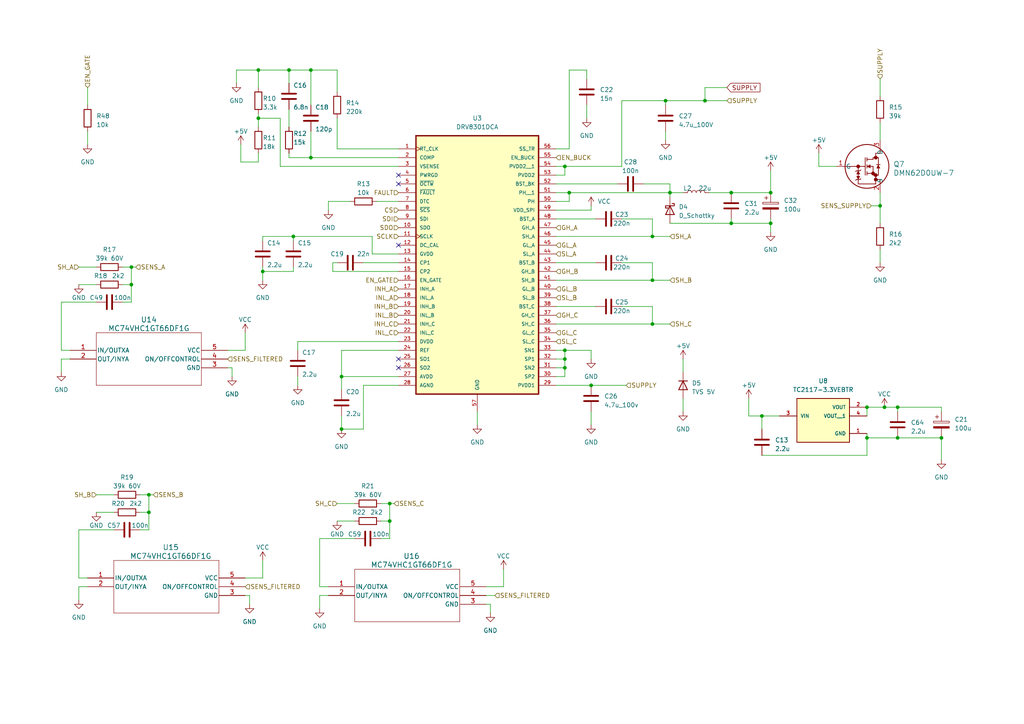
<source format=kicad_sch>
(kicad_sch (version 20230121) (generator eeschema)
  (paper "A4")
  (lib_symbols
    (symbol "DMN62D0UW-7:DMN62D0UW-7" (pin_names (offset 0.254))
      (property "Reference" "MOSFET" (at 18.542 1.905 0))
      (property "Value" "DMN62D0UW-7" (at 18.542 -2.54 0))
      (symbol "DMN62D0UW-7_0_1"
        (polyline (pts (xy 2.54 0) (xy 8.382 0)) (stroke (width 0.2032)))
        (polyline (pts (xy 5.842 -3.81) (xy 5.588 -4.064)) (stroke (width 0.2032)))
        (polyline (pts (xy 5.842 -1.27) (xy 5.588 -1.524)) (stroke (width 0.2032)))
        (polyline (pts (xy 5.842 -1.27) (xy 6.858 -1.27)) (stroke (width 0.2032)))
        (polyline (pts (xy 6.35 -5.08) (xy 6.35 -3.81)) (stroke (width 0.2032)))
        (polyline (pts (xy 6.35 -2.794) (xy 6.35 -2.286)) (stroke (width 0.2032)))
        (polyline (pts (xy 6.35 -1.27) (xy 6.35 0)) (stroke (width 0.2032)))
        (polyline (pts (xy 6.858 -3.81) (xy 5.842 -3.81)) (stroke (width 0.2032)))
        (polyline (pts (xy 6.858 -3.81) (xy 7.112 -3.556)) (stroke (width 0.2032)))
        (polyline (pts (xy 6.858 -1.27) (xy 7.112 -1.016)) (stroke (width 0.2032)))
        (polyline (pts (xy 8.382 -2.54) (xy 8.382 2.54)) (stroke (width 0.2032)))
        (polyline (pts (xy 8.89 -2.54) (xy 8.89 -1.524)) (stroke (width 0.2032)))
        (polyline (pts (xy 8.89 -2.032) (xy 10.668 -2.032)) (stroke (width 0.2032)))
        (polyline (pts (xy 8.89 -0.508) (xy 8.89 0.508)) (stroke (width 0.2032)))
        (polyline (pts (xy 8.89 1.524) (xy 8.89 2.54)) (stroke (width 0.2032)))
        (polyline (pts (xy 8.89 2.032) (xy 10.668 2.032)) (stroke (width 0.2032)))
        (polyline (pts (xy 9.906 0) (xy 10.668 0)) (stroke (width 0.2032)))
        (polyline (pts (xy 10.668 -2.54) (xy 10.668 0)) (stroke (width 0.2032)))
        (polyline (pts (xy 10.668 -2.54) (xy 12.192 -2.54)) (stroke (width 0.2032)))
        (polyline (pts (xy 10.668 2.032) (xy 10.668 2.54)) (stroke (width 0.2032)))
        (polyline (pts (xy 10.668 2.54) (xy 12.192 2.54)) (stroke (width 0.2032)))
        (polyline (pts (xy 11.43 -5.08) (xy 6.35 -5.08)) (stroke (width 0.2032)))
        (polyline (pts (xy 11.43 -2.54) (xy 11.43 -5.08)) (stroke (width 0.2032)))
        (polyline (pts (xy 11.43 3.81) (xy 11.43 2.54)) (stroke (width 0.2032)))
        (polyline (pts (xy 11.43 3.81) (xy 12.7 3.81)) (stroke (width 0.2032)))
        (polyline (pts (xy 12.192 -2.54) (xy 12.192 -0.508)) (stroke (width 0.2032)))
        (polyline (pts (xy 12.192 0.508) (xy 12.192 2.54)) (stroke (width 0.2032)))
        (polyline (pts (xy 12.7 -5.08) (xy 12.7 -3.81)) (stroke (width 0.2032)))
        (polyline (pts (xy 12.7 -3.81) (xy 11.4554 -3.81)) (stroke (width 0.2032)))
        (polyline (pts (xy 12.7 0.508) (xy 11.684 0.508)) (stroke (width 0.2032)))
        (polyline (pts (xy 12.7 3.81) (xy 12.7 5.08)) (stroke (width 0.2032)))
        (polyline (pts (xy 5.842 -2.794) (xy 6.35 -3.81) (xy 6.858 -2.794)) (stroke (width 0.0254)) (fill (type outline)))
        (polyline (pts (xy 6.858 -2.286) (xy 6.35 -1.27) (xy 5.842 -2.286)) (stroke (width 0.0254)) (fill (type outline)))
        (polyline (pts (xy 9.906 0.508) (xy 8.89 0) (xy 9.906 -0.508)) (stroke (width 0.0254)) (fill (type outline)))
        (polyline (pts (xy 12.7 -0.508) (xy 11.684 -0.508) (xy 12.192 0.508)) (stroke (width 0.0254)) (fill (type outline)))
        (circle (center 6.35 0) (radius 0.0254) (stroke (width 0.508)))
        (circle (center 8.89 0) (radius 6.35) (stroke (width 0.254)))
        (circle (center 10.668 -2.032) (radius 0.0254) (stroke (width 0.508)))
        (circle (center 11.43 -3.81) (radius 0.0254) (stroke (width 0.508)))
        (circle (center 11.43 -2.54) (radius 0.0254) (stroke (width 0.508)))
        (circle (center 11.43 2.54) (radius 0.0254) (stroke (width 0.508)))
        (pin unspecified line (at 0 0 0) (length 2.54) (name "G") (number "1"))
      )
      (symbol "DMN62D0UW-7_1_1"
        (pin unspecified line (at 12.7 -7.62 90) (length 2.54) (name "S") (number "2"))
        (pin unspecified line (at 12.7 7.62 270) (length 2.54) (name "D") (number "3"))
      )
    )
    (symbol "DRV8301DCA:DRV8301DCA" (pin_names (offset 1.016))
      (property "Reference" "U" (at -17.8203 51.9275 0))
      (property "Value" "DRV8301DCA" (at 6.3225 -26.9529 0))
      (symbol "DRV8301DCA_0_0"
        (rectangle (start -17.78 50.8) (end 17.78 -24.13) (stroke (width 0.41)) (fill (type background)))
        (pin input clock (at -22.86 46.99 0) (length 5.08) (name "RT_CLK") (number "1"))
        (pin output line (at -22.86 24.13 0) (length 5.08) (name "SDO") (number "10"))
        (pin input clock (at -22.86 21.59 0) (length 5.08) (name "SCLK") (number "11"))
        (pin input line (at -22.86 19.05 0) (length 5.08) (name "DC_CAL") (number "12"))
        (pin power_in line (at -22.86 16.51 0) (length 5.08) (name "GVDD") (number "13"))
        (pin power_in line (at -22.86 13.97 0) (length 5.08) (name "CP1") (number "14"))
        (pin power_in line (at -22.86 11.43 0) (length 5.08) (name "CP2") (number "15"))
        (pin input line (at -22.86 8.89 0) (length 5.08) (name "EN_GATE") (number "16"))
        (pin input line (at -22.86 6.35 0) (length 5.08) (name "INH_A") (number "17"))
        (pin input line (at -22.86 3.81 0) (length 5.08) (name "INL_A") (number "18"))
        (pin input line (at -22.86 1.27 0) (length 5.08) (name "INH_B") (number "19"))
        (pin output line (at -22.86 44.45 0) (length 5.08) (name "COMP") (number "2"))
        (pin input line (at -22.86 -1.27 0) (length 5.08) (name "INL_B") (number "20"))
        (pin input line (at -22.86 -3.81 0) (length 5.08) (name "INH_C") (number "21"))
        (pin input line (at -22.86 -6.35 0) (length 5.08) (name "INL_C") (number "22"))
        (pin power_in line (at -22.86 -8.89 0) (length 5.08) (name "DVDD") (number "23"))
        (pin input line (at -22.86 -11.43 0) (length 5.08) (name "REF") (number "24"))
        (pin output line (at -22.86 -13.97 0) (length 5.08) (name "SO1") (number "25"))
        (pin output line (at -22.86 -16.51 0) (length 5.08) (name "SO2") (number "26"))
        (pin power_in line (at -22.86 -19.05 0) (length 5.08) (name "AVDD") (number "27"))
        (pin power_in line (at -22.86 -21.59 0) (length 5.08) (name "AGND") (number "28"))
        (pin power_in line (at 22.86 -21.59 180) (length 5.08) (name "PVDD1") (number "29"))
        (pin input line (at -22.86 41.91 0) (length 5.08) (name "VSENSE") (number "3"))
        (pin input line (at 22.86 -19.05 180) (length 5.08) (name "SP2") (number "30"))
        (pin input line (at 22.86 -16.51 180) (length 5.08) (name "SN2") (number "31"))
        (pin input line (at 22.86 -13.97 180) (length 5.08) (name "SP1") (number "32"))
        (pin input line (at 22.86 -11.43 180) (length 5.08) (name "SN1") (number "33"))
        (pin input line (at 22.86 -8.89 180) (length 5.08) (name "SL_C") (number "34"))
        (pin output line (at 22.86 -6.35 180) (length 5.08) (name "GL_C") (number "35"))
        (pin input line (at 22.86 -3.81 180) (length 5.08) (name "SH_C") (number "36"))
        (pin output line (at 22.86 -1.27 180) (length 5.08) (name "GH_C") (number "37"))
        (pin power_in line (at 22.86 1.27 180) (length 5.08) (name "BST_C") (number "38"))
        (pin input line (at 22.86 3.81 180) (length 5.08) (name "SL_B") (number "39"))
        (pin output line (at -22.86 39.37 0) (length 5.08) (name "PWRGD") (number "4"))
        (pin output line (at 22.86 6.35 180) (length 5.08) (name "GL_B") (number "40"))
        (pin input line (at 22.86 8.89 180) (length 5.08) (name "SH_B") (number "41"))
        (pin output line (at 22.86 11.43 180) (length 5.08) (name "GH_B") (number "42"))
        (pin power_in line (at 22.86 13.97 180) (length 5.08) (name "BST_B") (number "43"))
        (pin input line (at 22.86 16.51 180) (length 5.08) (name "SL_A") (number "44"))
        (pin output line (at 22.86 19.05 180) (length 5.08) (name "GL_A") (number "45"))
        (pin input line (at 22.86 21.59 180) (length 5.08) (name "SH_A") (number "46"))
        (pin output line (at 22.86 24.13 180) (length 5.08) (name "GH_A") (number "47"))
        (pin power_in line (at 22.86 26.67 180) (length 5.08) (name "BST_A") (number "48"))
        (pin input line (at 22.86 29.21 180) (length 5.08) (name "VDD_SPI") (number "49"))
        (pin output line (at -22.86 36.83 0) (length 5.08) (name "~{OCTW}") (number "5"))
        (pin output line (at 22.86 31.75 180) (length 5.08) (name "PH") (number "50"))
        (pin output line (at 22.86 34.29 180) (length 5.08) (name "PH__1") (number "51"))
        (pin power_in line (at 22.86 36.83 180) (length 5.08) (name "BST_BK") (number "52"))
        (pin power_in line (at 22.86 39.37 180) (length 5.08) (name "PVDD2") (number "53"))
        (pin input line (at 22.86 44.45 180) (length 5.08) (name "EN_BUCK") (number "55"))
        (pin input line (at 22.86 46.99 180) (length 5.08) (name "SS_TR") (number "56"))
        (pin power_in line (at 0 -29.21 90) (length 5.08) (name "GND") (number "57"))
        (pin output line (at -22.86 34.29 0) (length 5.08) (name "~{FAULT}") (number "6"))
        (pin input line (at -22.86 31.75 0) (length 5.08) (name "DTC") (number "7"))
        (pin input line (at -22.86 29.21 0) (length 5.08) (name "~{SCS}") (number "8"))
        (pin input line (at -22.86 26.67 0) (length 5.08) (name "SDI") (number "9"))
      )
      (symbol "DRV8301DCA_1_0"
        (pin power_in line (at 22.86 41.91 180) (length 5.08) (name "PVDD2__1") (number "54"))
      )
    )
    (symbol "Device:C" (pin_numbers hide) (pin_names (offset 0.254))
      (property "Reference" "C" (at 0.635 2.54 0))
      (property "Value" "C" (at 0.635 -2.54 0))
      (symbol "C_0_1"
        (polyline (pts (xy -2.032 -0.762) (xy 2.032 -0.762)) (stroke (width 0.508)))
        (polyline (pts (xy -2.032 0.762) (xy 2.032 0.762)) (stroke (width 0.508)))
      )
      (symbol "C_1_1"
        (pin passive line (at 0 3.81 270) (length 2.794) (name "~") (number "1"))
        (pin passive line (at 0 -3.81 90) (length 2.794) (name "~") (number "2"))
      )
    )
    (symbol "Device:C_Polarized" (pin_numbers hide) (pin_names (offset 0.254))
      (property "Reference" "C" (at 0.635 2.54 0))
      (property "Value" "C_Polarized" (at 0.635 -2.54 0))
      (symbol "C_Polarized_0_1"
        (rectangle (start -2.286 0.508) (end 2.286 1.016))
        (polyline (pts (xy -1.778 2.286) (xy -0.762 2.286)))
        (polyline (pts (xy -1.27 2.794) (xy -1.27 1.778)))
        (rectangle (start 2.286 -0.508) (end -2.286 -1.016) (fill (type outline)))
      )
      (symbol "C_Polarized_1_1"
        (pin passive line (at 0 3.81 270) (length 2.794) (name "~") (number "1"))
        (pin passive line (at 0 -3.81 90) (length 2.794) (name "~") (number "2"))
      )
    )
    (symbol "Device:D" (pin_numbers hide) (pin_names (offset 1.016) hide)
      (property "Reference" "D" (at 0 2.54 0))
      (property "Value" "D" (at 0 -2.54 0))
      (symbol "D_0_1"
        (polyline (pts (xy -1.27 1.27) (xy -1.27 -1.27)) (stroke (width 0.254)))
        (polyline (pts (xy 1.27 0) (xy -1.27 0)))
        (polyline (pts (xy 1.27 1.27) (xy 1.27 -1.27) (xy -1.27 0) (xy 1.27 1.27)) (stroke (width 0.254)))
      )
      (symbol "D_1_1"
        (pin passive line (at -3.81 0 0) (length 2.54) (name "K") (number "1"))
        (pin passive line (at 3.81 0 180) (length 2.54) (name "A") (number "2"))
      )
    )
    (symbol "Device:D_Schottky" (pin_numbers hide) (pin_names (offset 1.016) hide)
      (property "Reference" "D" (at 0 2.54 0))
      (property "Value" "D_Schottky" (at 0 -2.54 0))
      (symbol "D_Schottky_0_1"
        (polyline (pts (xy 1.27 0) (xy -1.27 0)))
        (polyline (pts (xy 1.27 1.27) (xy 1.27 -1.27) (xy -1.27 0) (xy 1.27 1.27)) (stroke (width 0.254)))
        (polyline (pts (xy -1.905 0.635) (xy -1.905 1.27) (xy -1.27 1.27) (xy -1.27 -1.27) (xy -0.635 -1.27) (xy -0.635 -0.635)) (stroke (width 0.254)))
      )
      (symbol "D_Schottky_1_1"
        (pin passive line (at -3.81 0 0) (length 2.54) (name "K") (number "1"))
        (pin passive line (at 3.81 0 180) (length 2.54) (name "A") (number "2"))
      )
    )
    (symbol "Device:L" (pin_numbers hide) (pin_names (offset 1.016) hide)
      (property "Reference" "L" (at -1.27 0 90))
      (property "Value" "L" (at 1.905 0 90))
      (symbol "L_0_1"
        (arc (start 0 -2.54) (mid 0.6323 -1.905) (end 0 -1.27))
        (arc (start 0 -1.27) (mid 0.6323 -0.635) (end 0 0))
        (arc (start 0 0) (mid 0.6323 0.635) (end 0 1.27))
        (arc (start 0 1.27) (mid 0.6323 1.905) (end 0 2.54))
      )
      (symbol "L_1_1"
        (pin passive line (at 0 3.81 270) (length 1.27) (name "1") (number "1"))
        (pin passive line (at 0 -3.81 90) (length 1.27) (name "2") (number "2"))
      )
    )
    (symbol "Device:R" (pin_numbers hide) (pin_names (offset 0))
      (property "Reference" "R" (at 2.032 0 90))
      (property "Value" "R" (at 0 0 90))
      (symbol "R_0_1"
        (rectangle (start -1.016 -2.54) (end 1.016 2.54) (stroke (width 0.254)))
      )
      (symbol "R_1_1"
        (pin passive line (at 0 3.81 270) (length 1.27) (name "~") (number "1"))
        (pin passive line (at 0 -3.81 90) (length 1.27) (name "~") (number "2"))
      )
    )
    (symbol "M74VHC1GT66DFT1G:MC74VHC1GT66DF1G" (pin_names (offset 0.254))
      (property "Reference" "U14" (at 24.13 8.89 0))
      (property "Value" "MC74VHC1GT66DF1G" (at 24.13 6.35 0))
      (symbol "MC74VHC1GT66DF1G_0_1"
        (polyline (pts (xy 7.62 -10.16) (xy 38.1 -10.16)) (stroke (width 0.127)))
        (polyline (pts (xy 7.62 5.08) (xy 7.62 -10.16)) (stroke (width 0.127)))
        (polyline (pts (xy 38.1 -10.16) (xy 38.1 5.08)) (stroke (width 0.127)))
        (polyline (pts (xy 38.1 5.08) (xy 7.62 5.08)) (stroke (width 0.127)))
        (pin bidirectional line (at 0 0 0) (length 7.62) (name "IN/OUTXA") (number "1"))
        (pin bidirectional line (at 0 -2.54 0) (length 7.62) (name "OUT/INYA") (number "2"))
        (pin power_in line (at 45.72 -5.08 180) (length 7.62) (name "GND") (number "3"))
        (pin bidirectional line (at 45.72 -2.54 180) (length 7.62) (name "ON/OFFCONTROL") (number "4"))
        (pin power_in line (at 45.72 0 180) (length 7.62) (name "VCC") (number "5"))
      )
    )
    (symbol "MC74VHC1GT66DF1G_1" (pin_names (offset 0.254))
      (property "Reference" "U14" (at 24.13 8.89 0))
      (property "Value" "MC74VHC1GT66DF1G" (at 24.13 6.35 0))
      (symbol "MC74VHC1GT66DF1G_1_0_1"
        (polyline (pts (xy 7.62 -10.16) (xy 38.1 -10.16)) (stroke (width 0.127)))
        (polyline (pts (xy 7.62 5.08) (xy 7.62 -10.16)) (stroke (width 0.127)))
        (polyline (pts (xy 38.1 -10.16) (xy 38.1 5.08)) (stroke (width 0.127)))
        (polyline (pts (xy 38.1 5.08) (xy 7.62 5.08)) (stroke (width 0.127)))
        (pin bidirectional line (at 0 0 0) (length 7.62) (name "IN/OUTXA") (number "1"))
        (pin bidirectional line (at 0 -2.54 0) (length 7.62) (name "OUT/INYA") (number "2"))
        (pin power_in line (at 45.72 -5.08 180) (length 7.62) (name "GND") (number "3"))
        (pin bidirectional line (at 45.72 -2.54 180) (length 7.62) (name "ON/OFFCONTROL") (number "4"))
        (pin power_in line (at 45.72 0 180) (length 7.62) (name "VCC") (number "5"))
      )
    )
    (symbol "MC74VHC1GT66DF1G_2" (pin_names (offset 0.254))
      (property "Reference" "U14" (at 24.13 8.89 0))
      (property "Value" "MC74VHC1GT66DF1G" (at 24.13 6.35 0))
      (symbol "MC74VHC1GT66DF1G_2_0_1"
        (polyline (pts (xy 7.62 -10.16) (xy 38.1 -10.16)) (stroke (width 0.127)))
        (polyline (pts (xy 7.62 5.08) (xy 7.62 -10.16)) (stroke (width 0.127)))
        (polyline (pts (xy 38.1 -10.16) (xy 38.1 5.08)) (stroke (width 0.127)))
        (polyline (pts (xy 38.1 5.08) (xy 7.62 5.08)) (stroke (width 0.127)))
        (pin bidirectional line (at 0 0 0) (length 7.62) (name "IN/OUTXA") (number "1"))
        (pin bidirectional line (at 0 -2.54 0) (length 7.62) (name "OUT/INYA") (number "2"))
        (pin power_in line (at 45.72 -5.08 180) (length 7.62) (name "GND") (number "3"))
        (pin bidirectional line (at 45.72 -2.54 180) (length 7.62) (name "ON/OFFCONTROL") (number "4"))
        (pin power_in line (at 45.72 0 180) (length 7.62) (name "VCC") (number "5"))
      )
    )
    (symbol "TC2117-3.3VEBTR:TC2117-3.3VEBTR" (pin_names (offset 1.016))
      (property "Reference" "Q" (at -7.6313 5.8507 0))
      (property "Value" "TC2117-3.3VEBTR" (at -7.6281 -10.1681 0))
      (symbol "TC2117-3.3VEBTR_0_0"
        (rectangle (start -7.62 -7.62) (end 7.62 5.08) (stroke (width 0.254)) (fill (type background)))
        (pin power_in line (at 12.7 -5.08 180) (length 5.08) (name "GND") (number "1"))
        (pin output line (at 12.7 2.54 180) (length 5.08) (name "VOUT") (number "2"))
        (pin input line (at -12.7 0 0) (length 5.08) (name "VIN") (number "3"))
        (pin output line (at 12.7 0 180) (length 5.08) (name "VOUT__1") (number "4"))
      )
    )
    (symbol "power:+5V" (power) (pin_names (offset 0))
      (property "Value" "+5V" (at 0 3.556 0))
      (symbol "+5V_0_1"
        (polyline (pts (xy -0.762 1.27) (xy 0 2.54)))
        (polyline (pts (xy 0 0) (xy 0 2.54)))
        (polyline (pts (xy 0 2.54) (xy 0.762 1.27)))
      )
      (symbol "+5V_1_1"
        (pin power_in line (at 0 0 90) (length 0) hide (name "+5V") (number "1"))
      )
    )
    (symbol "power:GND" (power) (pin_names (offset 0))
      (property "Value" "GND" (at 0 -3.81 0))
      (symbol "GND_0_1"
        (polyline (pts (xy 0 0) (xy 0 -1.27) (xy 1.27 -1.27) (xy 0 -2.54) (xy -1.27 -1.27) (xy 0 -1.27)))
      )
      (symbol "GND_1_1"
        (pin power_in line (at 0 0 270) (length 0) hide (name "GND") (number "1"))
      )
    )
    (symbol "power:VCC" (power) (pin_names (offset 0))
      (property "Value" "VCC" (at 0 3.81 0))
      (symbol "VCC_0_1"
        (polyline (pts (xy -0.762 1.27) (xy 0 2.54)))
        (polyline (pts (xy 0 0) (xy 0 2.54)))
        (polyline (pts (xy 0 2.54) (xy 0.762 1.27)))
      )
      (symbol "VCC_1_1"
        (pin power_in line (at 0 0 90) (length 0) hide (name "VCC") (number "1"))
      )
    )
  )
  (junction (at 193.04 29.21))
  (junction (at 204.47 29.21))
  (junction (at 256.54 118.11))
  (junction (at 38.1 82.55))
  (junction (at 85.09 68.58))
  (junction (at 113.03 151.13))
  (junction (at 260.35 118.11))
  (junction (at 90.17 45.72))
  (junction (at 38.1 77.47))
  (junction (at 74.93 20.32))
  (junction (at 260.35 127))
  (junction (at 251.46 118.11))
  (junction (at 223.52 55.88))
  (junction (at 74.93 34.29))
  (junction (at 212.09 64.77))
  (junction (at 165.1 55.88))
  (junction (at 255.27 59.69))
  (junction (at 189.23 93.98))
  (junction (at 163.83 106.68))
  (junction (at 212.09 55.88))
  (junction (at 194.31 55.88))
  (junction (at 99.06 109.22))
  (junction (at 220.98 120.65))
  (junction (at 113.03 146.05))
  (junction (at 189.23 81.28))
  (junction (at 251.46 127))
  (junction (at 43.18 143.51))
  (junction (at 171.45 111.76))
  (junction (at 90.17 20.32))
  (junction (at 163.83 104.14))
  (junction (at 99.06 124.46))
  (junction (at 163.83 101.6))
  (junction (at 83.82 20.32))
  (junction (at 43.18 148.59))
  (junction (at 163.83 48.26))
  (junction (at 273.05 127))
  (junction (at 189.23 68.58))
  (junction (at 223.52 64.77))
  (junction (at 76.2 78.74))
  (no_connect (at 115.57 71.12))
  (no_connect (at 115.57 106.68))
  (no_connect (at 115.57 53.34))
  (no_connect (at 115.57 104.14))
  (no_connect (at 115.57 50.8))
  (wire (pts (xy 205.74 55.88) (xy 212.09 55.88)))
  (wire (pts (xy 171.45 101.6) (xy 171.45 104.14)))
  (wire (pts (xy 99.06 101.6) (xy 99.06 109.22)))
  (wire (pts (xy 180.34 48.26) (xy 180.34 29.21)))
  (wire (pts (xy 189.23 88.9) (xy 180.34 88.9)))
  (wire (pts (xy 113.03 151.13) (xy 113.03 146.05)))
  (wire (pts (xy 251.46 118.11) (xy 251.46 120.65)))
  (wire (pts (xy 43.18 153.67) (xy 43.18 148.59)))
  (wire (pts (xy 138.43 119.38) (xy 138.43 123.19)))
  (wire (pts (xy 171.45 111.76) (xy 181.61 111.76)))
  (wire (pts (xy 22.86 170.18) (xy 25.4 170.18)))
  (wire (pts (xy 217.17 120.65) (xy 220.98 120.65)))
  (wire (pts (xy 97.79 20.32) (xy 97.79 26.67)))
  (wire (pts (xy 251.46 125.73) (xy 251.46 127)))
  (wire (pts (xy 72.39 175.26) (xy 72.39 172.72)))
  (wire (pts (xy 99.06 109.22) (xy 99.06 113.03)))
  (wire (pts (xy 85.09 68.58) (xy 85.09 69.85)))
  (wire (pts (xy 193.04 29.21) (xy 193.04 30.48)))
  (wire (pts (xy 189.23 93.98) (xy 189.23 88.9)))
  (wire (pts (xy 27.94 143.51) (xy 33.02 143.51)))
  (wire (pts (xy 86.36 99.06) (xy 115.57 99.06)))
  (wire (pts (xy 83.82 20.32) (xy 90.17 20.32)))
  (wire (pts (xy 85.09 78.74) (xy 76.2 78.74)))
  (wire (pts (xy 85.09 77.47) (xy 85.09 78.74)))
  (wire (pts (xy 171.45 60.96) (xy 171.45 59.69)))
  (wire (pts (xy 92.71 172.72) (xy 95.25 172.72)))
  (wire (pts (xy 161.29 58.42) (xy 165.1 58.42)))
  (wire (pts (xy 251.46 127) (xy 251.46 132.08)))
  (wire (pts (xy 105.41 124.46) (xy 105.41 111.76)))
  (wire (pts (xy 161.29 68.58) (xy 189.23 68.58)))
  (wire (pts (xy 189.23 63.5) (xy 180.34 63.5)))
  (wire (pts (xy 76.2 69.85) (xy 76.2 68.58)))
  (wire (pts (xy 255.27 22.86) (xy 255.27 27.94)))
  (wire (pts (xy 22.86 173.99) (xy 22.86 170.18)))
  (wire (pts (xy 74.93 33.02) (xy 74.93 34.29)))
  (wire (pts (xy 223.52 64.77) (xy 212.09 64.77)))
  (wire (pts (xy 72.39 172.72) (xy 71.12 172.72)))
  (wire (pts (xy 251.46 118.11) (xy 256.54 118.11)))
  (wire (pts (xy 105.41 76.2) (xy 115.57 76.2)))
  (wire (pts (xy 35.56 82.55) (xy 38.1 82.55)))
  (wire (pts (xy 83.82 45.72) (xy 90.17 45.72)))
  (wire (pts (xy 43.18 143.51) (xy 44.45 143.51)))
  (wire (pts (xy 69.85 46.99) (xy 74.93 46.99)))
  (wire (pts (xy 161.29 63.5) (xy 172.72 63.5)))
  (wire (pts (xy 237.49 44.45) (xy 237.49 48.26)))
  (wire (pts (xy 35.56 87.63) (xy 38.1 87.63)))
  (wire (pts (xy 38.1 77.47) (xy 39.37 77.47)))
  (wire (pts (xy 163.83 104.14) (xy 163.83 106.68)))
  (wire (pts (xy 81.28 48.26) (xy 115.57 48.26)))
  (wire (pts (xy 83.82 44.45) (xy 83.82 45.72)))
  (wire (pts (xy 69.85 41.91) (xy 69.85 46.99)))
  (wire (pts (xy 165.1 58.42) (xy 165.1 55.88)))
  (wire (pts (xy 204.47 29.21) (xy 210.82 29.21)))
  (wire (pts (xy 140.97 172.72) (xy 143.51 172.72)))
  (wire (pts (xy 217.17 115.57) (xy 217.17 120.65)))
  (wire (pts (xy 189.23 68.58) (xy 189.23 63.5)))
  (wire (pts (xy 171.45 119.38) (xy 171.45 123.19)))
  (wire (pts (xy 255.27 59.69) (xy 255.27 64.77)))
  (wire (pts (xy 40.64 143.51) (xy 43.18 143.51)))
  (wire (pts (xy 260.35 127) (xy 251.46 127)))
  (wire (pts (xy 92.71 176.53) (xy 92.71 172.72)))
  (wire (pts (xy 223.52 64.77) (xy 223.52 67.31)))
  (wire (pts (xy 76.2 68.58) (xy 85.09 68.58)))
  (wire (pts (xy 90.17 38.1) (xy 90.17 45.72)))
  (wire (pts (xy 170.18 20.32) (xy 165.1 20.32)))
  (wire (pts (xy 161.29 101.6) (xy 163.83 101.6)))
  (wire (pts (xy 161.29 60.96) (xy 171.45 60.96)))
  (wire (pts (xy 161.29 109.22) (xy 163.83 109.22)))
  (wire (pts (xy 198.12 104.14) (xy 198.12 107.95)))
  (wire (pts (xy 17.78 101.6) (xy 20.32 101.6)))
  (wire (pts (xy 198.12 115.57) (xy 198.12 119.38)))
  (wire (pts (xy 161.29 104.14) (xy 163.83 104.14)))
  (wire (pts (xy 40.64 148.59) (xy 43.18 148.59)))
  (wire (pts (xy 255.27 72.39) (xy 255.27 76.2)))
  (wire (pts (xy 97.79 151.13) (xy 102.87 151.13)))
  (wire (pts (xy 189.23 81.28) (xy 194.31 81.28)))
  (wire (pts (xy 161.29 106.68) (xy 163.83 106.68)))
  (wire (pts (xy 22.86 153.67) (xy 33.02 153.67)))
  (wire (pts (xy 161.29 111.76) (xy 171.45 111.76)))
  (wire (pts (xy 74.93 34.29) (xy 74.93 36.83)))
  (wire (pts (xy 17.78 87.63) (xy 27.94 87.63)))
  (wire (pts (xy 110.49 146.05) (xy 113.03 146.05)))
  (wire (pts (xy 96.52 76.2) (xy 96.52 78.74)))
  (wire (pts (xy 161.29 93.98) (xy 189.23 93.98)))
  (wire (pts (xy 161.29 88.9) (xy 172.72 88.9)))
  (wire (pts (xy 273.05 119.38) (xy 273.05 118.11)))
  (wire (pts (xy 92.71 156.21) (xy 92.71 170.18)))
  (wire (pts (xy 92.71 170.18) (xy 95.25 170.18)))
  (wire (pts (xy 95.25 60.96) (xy 95.25 58.42)))
  (wire (pts (xy 40.64 153.67) (xy 43.18 153.67)))
  (wire (pts (xy 76.2 167.64) (xy 71.12 167.64)))
  (wire (pts (xy 237.49 48.26) (xy 242.57 48.26)))
  (wire (pts (xy 74.93 25.4) (xy 74.93 20.32)))
  (wire (pts (xy 220.98 132.08) (xy 251.46 132.08)))
  (wire (pts (xy 96.52 78.74) (xy 115.57 78.74)))
  (wire (pts (xy 71.12 96.52) (xy 71.12 101.6)))
  (wire (pts (xy 113.03 146.05) (xy 114.3 146.05)))
  (wire (pts (xy 194.31 53.34) (xy 194.31 55.88)))
  (wire (pts (xy 25.4 38.1) (xy 25.4 41.91)))
  (wire (pts (xy 97.79 146.05) (xy 102.87 146.05)))
  (wire (pts (xy 90.17 45.72) (xy 115.57 45.72)))
  (wire (pts (xy 189.23 68.58) (xy 194.31 68.58)))
  (wire (pts (xy 90.17 30.48) (xy 90.17 20.32)))
  (wire (pts (xy 142.24 177.8) (xy 142.24 175.26)))
  (wire (pts (xy 109.22 58.42) (xy 115.57 58.42)))
  (wire (pts (xy 165.1 43.18) (xy 161.29 43.18)))
  (wire (pts (xy 76.2 162.56) (xy 76.2 167.64)))
  (wire (pts (xy 81.28 34.29) (xy 81.28 48.26)))
  (wire (pts (xy 186.69 53.34) (xy 194.31 53.34)))
  (wire (pts (xy 38.1 87.63) (xy 38.1 82.55)))
  (wire (pts (xy 161.29 48.26) (xy 163.83 48.26)))
  (wire (pts (xy 35.56 77.47) (xy 38.1 77.47)))
  (wire (pts (xy 170.18 30.48) (xy 170.18 34.29)))
  (wire (pts (xy 193.04 38.1) (xy 193.04 40.64)))
  (wire (pts (xy 194.31 55.88) (xy 198.12 55.88)))
  (wire (pts (xy 220.98 120.65) (xy 226.06 120.65)))
  (wire (pts (xy 189.23 76.2) (xy 180.34 76.2)))
  (wire (pts (xy 223.52 49.53) (xy 223.52 55.88)))
  (wire (pts (xy 71.12 101.6) (xy 66.04 101.6)))
  (wire (pts (xy 67.31 109.22) (xy 67.31 106.68)))
  (wire (pts (xy 204.47 25.4) (xy 204.47 29.21)))
  (wire (pts (xy 113.03 156.21) (xy 113.03 151.13)))
  (wire (pts (xy 194.31 55.88) (xy 194.31 57.15)))
  (wire (pts (xy 22.86 82.55) (xy 27.94 82.55)))
  (wire (pts (xy 17.78 104.14) (xy 20.32 104.14)))
  (wire (pts (xy 223.52 63.5) (xy 223.52 64.77)))
  (wire (pts (xy 212.09 64.77) (xy 212.09 63.5)))
  (wire (pts (xy 92.71 156.21) (xy 102.87 156.21)))
  (wire (pts (xy 99.06 120.65) (xy 99.06 124.46)))
  (wire (pts (xy 180.34 29.21) (xy 193.04 29.21)))
  (wire (pts (xy 163.83 106.68) (xy 163.83 109.22)))
  (wire (pts (xy 252.73 59.69) (xy 255.27 59.69)))
  (wire (pts (xy 97.79 34.29) (xy 97.79 43.18)))
  (wire (pts (xy 38.1 82.55) (xy 38.1 77.47)))
  (wire (pts (xy 260.35 119.38) (xy 260.35 118.11)))
  (wire (pts (xy 67.31 106.68) (xy 66.04 106.68)))
  (wire (pts (xy 189.23 81.28) (xy 189.23 76.2)))
  (wire (pts (xy 90.17 20.32) (xy 97.79 20.32)))
  (wire (pts (xy 255.27 35.56) (xy 255.27 40.64)))
  (wire (pts (xy 107.95 73.66) (xy 115.57 73.66)))
  (wire (pts (xy 161.29 81.28) (xy 189.23 81.28)))
  (wire (pts (xy 146.05 170.18) (xy 140.97 170.18)))
  (wire (pts (xy 68.58 24.13) (xy 68.58 20.32)))
  (wire (pts (xy 163.83 104.14) (xy 163.83 101.6)))
  (wire (pts (xy 260.35 127) (xy 273.05 127)))
  (wire (pts (xy 170.18 22.86) (xy 170.18 20.32)))
  (wire (pts (xy 163.83 48.26) (xy 180.34 48.26)))
  (wire (pts (xy 25.4 25.4) (xy 25.4 30.48)))
  (wire (pts (xy 212.09 55.88) (xy 223.52 55.88)))
  (wire (pts (xy 83.82 31.75) (xy 83.82 36.83)))
  (wire (pts (xy 194.31 64.77) (xy 212.09 64.77)))
  (wire (pts (xy 86.36 109.22) (xy 86.36 111.76)))
  (wire (pts (xy 110.49 151.13) (xy 113.03 151.13)))
  (wire (pts (xy 260.35 118.11) (xy 256.54 118.11)))
  (wire (pts (xy 74.93 34.29) (xy 81.28 34.29)))
  (wire (pts (xy 76.2 78.74) (xy 76.2 77.47)))
  (wire (pts (xy 43.18 148.59) (xy 43.18 143.51)))
  (wire (pts (xy 74.93 46.99) (xy 74.93 44.45)))
  (wire (pts (xy 105.41 111.76) (xy 115.57 111.76)))
  (wire (pts (xy 27.94 148.59) (xy 33.02 148.59)))
  (wire (pts (xy 97.79 43.18) (xy 115.57 43.18)))
  (wire (pts (xy 107.95 68.58) (xy 107.95 73.66)))
  (wire (pts (xy 95.25 58.42) (xy 101.6 58.42)))
  (wire (pts (xy 273.05 118.11) (xy 260.35 118.11)))
  (wire (pts (xy 110.49 156.21) (xy 113.03 156.21)))
  (wire (pts (xy 74.93 20.32) (xy 83.82 20.32)))
  (wire (pts (xy 99.06 124.46) (xy 105.41 124.46)))
  (wire (pts (xy 146.05 165.1) (xy 146.05 170.18)))
  (wire (pts (xy 161.29 53.34) (xy 179.07 53.34)))
  (wire (pts (xy 85.09 68.58) (xy 107.95 68.58)))
  (wire (pts (xy 193.04 29.21) (xy 204.47 29.21)))
  (wire (pts (xy 97.79 76.2) (xy 96.52 76.2)))
  (wire (pts (xy 189.23 93.98) (xy 194.31 93.98)))
  (wire (pts (xy 68.58 20.32) (xy 74.93 20.32)))
  (wire (pts (xy 210.82 25.4) (xy 204.47 25.4)))
  (wire (pts (xy 86.36 101.6) (xy 86.36 99.06)))
  (wire (pts (xy 255.27 55.88) (xy 255.27 59.69)))
  (wire (pts (xy 161.29 76.2) (xy 172.72 76.2)))
  (wire (pts (xy 115.57 101.6) (xy 99.06 101.6)))
  (wire (pts (xy 99.06 109.22) (xy 115.57 109.22)))
  (wire (pts (xy 161.29 50.8) (xy 163.83 50.8)))
  (wire (pts (xy 22.86 77.47) (xy 27.94 77.47)))
  (wire (pts (xy 83.82 24.13) (xy 83.82 20.32)))
  (wire (pts (xy 273.05 127) (xy 273.05 133.35)))
  (wire (pts (xy 142.24 175.26) (xy 140.97 175.26)))
  (wire (pts (xy 220.98 120.65) (xy 220.98 124.46)))
  (wire (pts (xy 76.2 78.74) (xy 76.2 81.28)))
  (wire (pts (xy 22.86 153.67) (xy 22.86 167.64)))
  (wire (pts (xy 163.83 50.8) (xy 163.83 48.26)))
  (wire (pts (xy 17.78 87.63) (xy 17.78 101.6)))
  (wire (pts (xy 165.1 55.88) (xy 194.31 55.88)))
  (wire (pts (xy 22.86 167.64) (xy 25.4 167.64)))
  (wire (pts (xy 161.29 55.88) (xy 165.1 55.88)))
  (wire (pts (xy 17.78 107.95) (xy 17.78 104.14)))
  (wire (pts (xy 165.1 20.32) (xy 165.1 43.18)))
  (wire (pts (xy 163.83 101.6) (xy 171.45 101.6)))
  (global_label "SUPPLY" (shape input) (at 210.82 25.4 0) (property "Intersheetrefs" "${INTERSHEET_REFS}" (effects hide)))
  (hierarchical_label "INH_B" (shape input) (at 115.57 88.9 180))
  (hierarchical_label "GL_B" (shape input) (at 161.29 83.82 0))
  (hierarchical_label "INH_A" (shape input) (at 115.57 83.82 180))
  (hierarchical_label "GH_A" (shape input) (at 161.29 66.04 0))
  (hierarchical_label "SENS_FILTERED" (shape input) (at 143.51 172.72 0))
  (hierarchical_label "SUPPLY" (shape input) (at 210.82 29.21 0))
  (hierarchical_label "SENS_FILTERED" (shape input) (at 66.04 104.14 0))
  (hierarchical_label "SCLK" (shape input) (at 115.57 68.58 180))
  (hierarchical_label "FAULT" (shape input) (at 115.57 55.88 180))
  (hierarchical_label "SH_C" (shape input) (at 194.31 93.98 0))
  (hierarchical_label "SH_A" (shape input) (at 22.86 77.47 180))
  (hierarchical_label "GH_C" (shape input) (at 161.29 91.44 0))
  (hierarchical_label "SH_B" (shape input) (at 194.31 81.28 0))
  (hierarchical_label "SUPPLY" (shape input) (at 255.27 22.86 90))
  (hierarchical_label "SUPPLY" (shape input) (at 181.61 111.76 0))
  (hierarchical_label "INL_A" (shape input) (at 115.57 86.36 180))
  (hierarchical_label "SH_A" (shape input) (at 194.31 68.58 0))
  (hierarchical_label "EN_BUCK" (shape input) (at 161.29 45.72 0))
  (hierarchical_label "SENS_SUPPLY" (shape input) (at 252.73 59.69 180))
  (hierarchical_label "SDO" (shape input) (at 115.57 66.04 180))
  (hierarchical_label "SL_C" (shape input) (at 161.29 99.06 0))
  (hierarchical_label "SL_B" (shape input) (at 161.29 86.36 0))
  (hierarchical_label "GL_C" (shape input) (at 161.29 96.52 0))
  (hierarchical_label "INL_C" (shape input) (at 115.57 96.52 180))
  (hierarchical_label "SDI" (shape input) (at 115.57 63.5 180))
  (hierarchical_label "SENS_C" (shape input) (at 114.3 146.05 0))
  (hierarchical_label "SENS_B" (shape input) (at 44.45 143.51 0))
  (hierarchical_label "EN_GATE" (shape input) (at 115.57 81.28 180))
  (hierarchical_label "CS" (shape input) (at 115.57 60.96 180))
  (hierarchical_label "SH_B" (shape input) (at 27.94 143.51 180))
  (hierarchical_label "EN_GATE" (shape input) (at 25.4 25.4 90))
  (hierarchical_label "SENS_A" (shape input) (at 39.37 77.47 0))
  (hierarchical_label "INL_B" (shape input) (at 115.57 91.44 180))
  (hierarchical_label "GL_A" (shape input) (at 161.29 71.12 0))
  (hierarchical_label "INH_C" (shape input) (at 115.57 93.98 180))
  (hierarchical_label "GH_B" (shape input) (at 161.29 78.74 0))
  (hierarchical_label "SENS_FILTERED" (shape input) (at 71.12 170.18 0))
  (hierarchical_label "SL_A" (shape input) (at 161.29 73.66 0))
  (hierarchical_label "SH_C" (shape input) (at 97.79 146.05 180))
  (symbol (lib_id "Device:C") (at 90.17 34.29 0) (unit 1)
    (property "Reference" "C18" (at 91.44 31.115 0) (effects (justify left)))
    (property "Value" "120p" (at 91.44 37.465 0) (effects (justify left)))
    (property "Footprint" "DRV8301_:CAP_0603G_AVX" (effects hide))
    (property "Datasheet" "81-GRM39C121J50" (effects hide))
  )
  (symbol (lib_id "power:GND") (at 17.78 107.95 0) (unit 1)
    (property "Reference" "#PWR062" (effects hide))
    (property "Value" "GND" (at 17.78 113.03 0))
  )
  (symbol (lib_id "power:GND") (at 25.4 41.91 0) (unit 1)
    (property "Reference" "#PWR045" (effects hide))
    (property "Value" "GND" (at 25.4 46.99 0))
  )
  (symbol (lib_id "Device:C") (at 193.04 34.29 0) (unit 1)
    (property "Reference" "C27" (at 196.85 33.655 0) (effects (justify left)))
    (property "Value" "4.7u_100V" (at 196.85 36.195 0) (effects (justify left)))
    (property "Footprint" "DRV8301_:CAPC3216X190N" (effects hide))
  )
  (symbol (lib_id "M74VHC1GT66DFT1G:MC74VHC1GT66DF1G") (at 95.25 170.18 0) (unit 1)
    (property "Reference" "U16" (at 119.38 161.29 0) (effects (font (size 1.524 1.524))))
    (property "Value" "MC74VHC1GT66DF1G" (at 119.38 163.83 0) (effects (font (size 1.524 1.524))))
    (property "Footprint" "Power_:SC-88A_ONS" (effects hide))
    (property "Datasheet" "MC74VHC1GT66DF1G" (effects hide))
  )
  (symbol (lib_id "Device:C") (at 99.06 116.84 0) (unit 1)
    (property "Reference" "C20" (at 100.33 113.665 0) (effects (justify left)))
    (property "Value" "2.2u" (at 100.33 120.015 0) (effects (justify left)))
    (property "Footprint" "DRV8301_:CAPC1608X90N" (effects hide))
  )
  (symbol (lib_id "Device:C") (at 106.68 156.21 90) (unit 1)
    (property "Reference" "C59" (at 102.87 154.94 90))
    (property "Value" "100n" (at 110.49 154.94 90))
    (property "Footprint" "MCU_:0603_AVX" (effects hide))
  )
  (symbol (lib_id "Device:R") (at 106.68 146.05 90) (unit 1)
    (property "Reference" "R21" (at 106.68 140.97 90))
    (property "Value" "39k 60V" (at 106.68 143.51 90))
    (property "Footprint" "DRV8301_:RESC6332X70N" (effects hide))
  )
  (symbol (lib_id "power:GND") (at 86.36 111.76 0) (unit 1)
    (property "Reference" "#PWR042" (effects hide))
    (property "Value" "GND" (at 86.36 116.84 0))
  )
  (symbol (lib_id "Device:R") (at 255.27 31.75 0) (unit 1)
    (property "Reference" "R15" (at 257.81 31.115 0) (effects (justify left)))
    (property "Value" "39k" (at 257.81 33.655 0) (effects (justify left)))
    (property "Footprint" "DRV8301_:RESC1608X55N" (effects hide))
    (property "Datasheet" "ERJ-3EKF3902V" (effects hide))
  )
  (symbol (lib_id "power:GND") (at 27.94 148.59 0) (unit 1)
    (property "Reference" "#PWR064" (effects hide))
    (property "Value" "GND" (at 27.94 152.4 0))
  )
  (symbol (lib_id "power:GND") (at 170.18 34.29 0) (unit 1)
    (property "Reference" "#PWR046" (effects hide))
    (property "Value" "GND" (at 170.18 39.37 0))
  )
  (symbol (lib_id "Device:R") (at 105.41 58.42 90) (unit 1)
    (property "Reference" "R13" (at 105.41 53.34 90))
    (property "Value" "10k" (at 105.41 55.88 90))
    (property "Footprint" "DRV8301_:RESC1608X55N" (effects hide))
    (property "Datasheet" "RK73H1JTTD1002F" (effects hide))
  )
  (symbol (lib_id "Device:C") (at 101.6 76.2 90) (unit 1)
    (property "Reference" "C19" (at 97.79 73.66 90))
    (property "Value" "22n" (at 105.41 73.66 90))
    (property "Footprint" "DRV8301_:CAPC10555_55N_KEM" (effects hide))
    (property "Datasheet" "C0402C223K5RECAUTO" (effects hide))
  )
  (symbol (lib_id "power:GND") (at 22.86 82.55 0) (unit 1)
    (property "Reference" "#PWR063" (effects hide))
    (property "Value" "GND" (at 22.86 86.36 0))
  )
  (symbol (lib_id "Device:R") (at 31.75 82.55 90) (unit 1)
    (property "Reference" "R18" (at 29.21 80.01 90))
    (property "Value" "2k2" (at 34.29 80.01 90))
    (property "Footprint" "DRV8301_:RESC1608X55N" (effects hide))
  )
  (symbol (lib_id "power:GND") (at 68.58 24.13 0) (unit 1)
    (property "Reference" "#PWR039" (effects hide))
    (property "Value" "GND" (at 68.58 29.21 0))
  )
  (symbol (lib_id "power:VCC") (at 256.54 118.11 0) (unit 1)
    (property "Reference" "#PWR058" (effects hide))
    (property "Value" "VCC" (at 256.54 114.3 0))
  )
  (symbol (lib_id "Device:R") (at 74.93 29.21 0) (unit 1)
    (property "Reference" "R10" (at 76.2 28.575 0) (effects (justify left)))
    (property "Value" "3.3k" (at 76.2 31.115 0) (effects (justify left)))
    (property "Footprint" "DRV8301_:RESC1608X55N" (effects hide))
    (property "Datasheet" "RK73H1JTTD3301F" (effects hide))
  )
  (symbol (lib_id "Device:C_Polarized") (at 223.52 59.69 0) (unit 1)
    (property "Reference" "C32" (at 227.33 58.166 0) (effects (justify left)))
    (property "Value" "100u" (at 227.33 60.706 0) (effects (justify left)))
    (property "Footprint" "DRV8301_:CAP_TPS1210_3P5X2P8_AVX" (effects hide))
  )
  (symbol (lib_id "Device:R") (at 36.83 143.51 90) (unit 1)
    (property "Reference" "R19" (at 36.83 138.43 90))
    (property "Value" "39k 60V" (at 36.83 140.97 90))
    (property "Footprint" "DRV8301_:RESC6332X70N" (effects hide))
  )
  (symbol (lib_id "power:GND") (at 72.39 175.26 0) (unit 1)
    (property "Reference" "#PWR067" (effects hide))
    (property "Value" "GND" (at 72.39 180.34 0))
  )
  (symbol (lib_id "power:GND") (at 171.45 123.19 0) (unit 1)
    (property "Reference" "#PWR052" (effects hide))
    (property "Value" "GND" (at 171.45 128.27 0))
  )
  (symbol (lib_id "power:VCC") (at 146.05 165.1 0) (unit 1)
    (property "Reference" "#PWR069" (effects hide))
    (property "Value" "VCC" (at 146.05 161.29 0))
  )
  (symbol (lib_id "power:GND") (at 76.2 81.28 0) (unit 1)
    (property "Reference" "#PWR041" (effects hide))
    (property "Value" "GND" (at 76.2 86.36 0))
  )
  (symbol (lib_id "DRV8301DCA:DRV8301DCA") (at 138.43 90.17 0) (unit 1)
    (property "Reference" "U3" (at 138.43 34.29 0))
    (property "Value" "DRV8301DCA" (at 138.43 36.83 0))
    (property "Footprint" "DRV8301_:SOP50P810X120-57N" (effects hide))
    (property "STNADARD" "IPC-7351B" (effects hide))
    (property "MF" "Texas Instruments" (effects hide))
    (property "SNAPEDA_PACKAGE_ID" "5591" (effects hide))
    (property "Package" "HTSSOP-56 Texas Instruments" (effects hide))
    (property "Price" "None" (effects hide))
    (property "Check_prices" "https://www.snapeda.com/parts/DRV8301DCA/Texas+Instruments/view-part/?ref=eda" (effects hide))
    (property "PARTREV" "F" (effects hide))
    (property "SnapEDA_Link" "https://www.snapeda.com/parts/DRV8301DCA/Texas+Instruments/view-part/?ref=snap" (effects hide))
    (property "MP" "DRV8301DCA" (effects hide))
    (property "Purchase-URL" "https://www.snapeda.com/api/url_track_click_mouser/?unipart_id=229415&manufacturer=Texas Instruments&part_name=DRV8301DCA&search_term=drv8301" (effects hide))
    (property "Description" "\n65-V max 3-phase gate driver with buck regulator, current shunt amplifiers & SPI\n" (effects hide))
    (property "Availability" "In Stock" (effects hide))
    (property "MANUFACTURER" "Texas Instruments" (effects hide))
  )
  (symbol (lib_id "power:+5V") (at 223.52 49.53 0) (unit 1)
    (property "Reference" "#PWR050" (effects hide))
    (property "Value" "+5V" (at 223.52 45.72 0))
  )
  (symbol (lib_id "DMN62D0UW-7:DMN62D0UW-7") (at 242.57 48.26 0) (unit 1)
    (property "Reference" "Q7" (at 259.08 47.625 0) (effects (font (size 1.524 1.524)) (justify left)))
    (property "Value" "DMN62D0UW-7" (at 259.08 50.165 0) (effects (font (size 1.524 1.524)) (justify left)))
    (property "Footprint" "DRV8301_:SOT323_DMN62D0UV_DIO" (effects hide))
    (property "Datasheet" "DMN62D0UW-7" (effects hide))
  )
  (symbol (lib_id "Device:R") (at 36.83 148.59 90) (unit 1)
    (property "Reference" "R20" (at 34.29 146.05 90))
    (property "Value" "2k2" (at 39.37 146.05 90))
    (property "Footprint" "DRV8301_:RESC1608X55N" (effects hide))
  )
  (symbol (lib_id "Device:L") (at 201.93 55.88 90) (unit 1)
    (property "Reference" "L2" (at 199.39 54.61 90))
    (property "Value" "22u" (at 204.47 54.61 90))
    (property "Footprint" "DRV8301_:IND_BOURNS_SDR0805" (effects hide))
    (property "Datasheet" "SDR0805-220ML" (effects hide))
  )
  (symbol (lib_id "Device:C") (at 36.83 153.67 90) (unit 1)
    (property "Reference" "C57" (at 33.02 152.4 90))
    (property "Value" "100n" (at 40.64 152.4 90))
    (property "Footprint" "MCU_:0603_AVX" (effects hide))
  )
  (symbol (lib_id "power:+5V") (at 198.12 104.14 0) (unit 1)
    (property "Reference" "#PWR053" (effects hide))
    (property "Value" "+5V" (at 198.12 100.33 0))
  )
  (symbol (lib_id "power:+5V") (at 237.49 44.45 0) (unit 1)
    (property "Reference" "#PWR055" (effects hide))
    (property "Value" "+5V" (at 237.49 40.64 0))
  )
  (symbol (lib_id "power:VCC") (at 76.2 162.56 0) (unit 1)
    (property "Reference" "#PWR065" (effects hide))
    (property "Value" "VCC" (at 76.2 158.75 0))
  )
  (symbol (lib_id "power:GND") (at 99.06 124.46 0) (unit 1)
    (property "Reference" "#PWR043" (effects hide))
    (property "Value" "GND" (at 99.06 129.54 0))
  )
  (symbol (lib_id "Device:R") (at 106.68 151.13 90) (unit 1)
    (property "Reference" "R22" (at 104.14 148.59 90))
    (property "Value" "2k2" (at 109.22 148.59 90))
    (property "Footprint" "DRV8301_:RESC1608X55N" (effects hide))
  )
  (symbol (lib_id "Device:C") (at 220.98 128.27 0) (unit 1)
    (property "Reference" "C13" (at 224.79 127.635 0) (effects (justify left)))
    (property "Value" "2.2u" (at 224.79 130.175 0) (effects (justify left)))
    (property "Footprint" "DRV8301_:CAPC1608X90N" (effects hide))
    (property "Datasheet" "C1608X5R1C225M080AB" (effects hide))
  )
  (symbol (lib_id "Device:R") (at 25.4 34.29 0) (unit 1)
    (property "Reference" "R48" (at 27.94 33.655 0) (effects (justify left)))
    (property "Value" "10k" (at 27.94 36.195 0) (effects (justify left)))
    (property "Footprint" "DRV8301_:RESC1608X55N" (effects hide))
  )
  (symbol (lib_id "power:VCC") (at 71.12 96.52 0) (unit 1)
    (property "Reference" "#PWR060" (effects hide))
    (property "Value" "VCC" (at 71.12 92.71 0))
  )
  (symbol (lib_id "Device:C") (at 76.2 73.66 0) (unit 1)
    (property "Reference" "C14" (at 77.47 70.485 0) (effects (justify left)))
    (property "Value" "2.2u" (at 77.47 76.835 0) (effects (justify left)))
    (property "Footprint" "DRV8301_:CAPC1608X90N" (effects hide))
  )
  (symbol (lib_id "Device:C") (at 85.09 73.66 0) (unit 1)
    (property "Reference" "C15" (at 86.36 70.485 0) (effects (justify left)))
    (property "Value" "2.2u" (at 86.36 76.835 0) (effects (justify left)))
    (property "Footprint" "DRV8301_:CAPC1608X90N" (effects hide))
  )
  (symbol (lib_id "Device:C") (at 31.75 87.63 90) (unit 1)
    (property "Reference" "C49" (at 27.94 86.36 90))
    (property "Value" "100n" (at 35.56 86.36 90))
    (property "Footprint" "MCU_:0603_AVX" (effects hide))
  )
  (symbol (lib_id "Device:C") (at 176.53 76.2 90) (unit 1)
    (property "Reference" "C24" (at 180.34 74.93 90))
    (property "Value" "220n" (at 180.34 77.47 90))
    (property "Footprint" "DRV8301_:CAPC1608X90N" (effects hide))
  )
  (symbol (lib_id "Device:C") (at 176.53 63.5 90) (unit 1)
    (property "Reference" "C23" (at 180.34 62.23 90))
    (property "Value" "220n" (at 180.34 64.77 90))
    (property "Footprint" "DRV8301_:CAPC1608X90N" (effects hide))
    (property "Datasheet" "GRM188R71E224KA88D" (effects hide))
  )
  (symbol (lib_id "Device:C") (at 182.88 53.34 90) (unit 1)
    (property "Reference" "C28" (at 182.88 46.99 90))
    (property "Value" "100n" (at 182.88 49.53 90))
    (property "Footprint" "MCU_:0603_AVX" (effects hide))
  )
  (symbol (lib_id "Device:C") (at 171.45 115.57 0) (unit 1)
    (property "Reference" "C26" (at 175.26 114.935 0) (effects (justify left)))
    (property "Value" "4.7u_100v" (at 175.26 117.475 0) (effects (justify left)))
    (property "Footprint" "DRV8301_:CAPC3216X190N" (effects hide))
    (property "Datasheet" "GRM31CC72A475KE11K" (effects hide))
  )
  (symbol (lib_id "power:+5V") (at 69.85 41.91 0) (unit 1)
    (property "Reference" "#PWR038" (effects hide))
    (property "Value" "+5V" (at 69.85 38.1 0))
  )
  (symbol (lib_id "Device:C") (at 86.36 105.41 0) (unit 1)
    (property "Reference" "C17" (at 87.63 102.235 0) (effects (justify left)))
    (property "Value" "2.2u" (at 87.63 108.585 0) (effects (justify left)))
    (property "Footprint" "DRV8301_:CAPC1608X90N" (effects hide))
  )
  (symbol (lib_id "Device:R") (at 74.93 40.64 0) (unit 1)
    (property "Reference" "R11" (at 76.2 40.005 0) (effects (justify left)))
    (property "Value" "18k" (at 76.2 42.545 0) (effects (justify left)))
    (property "Footprint" "DRV8301_:RESC1608X55N" (effects hide))
    (property "Datasheet" "RK73H1JTTD1802F" (effects hide))
  )
  (symbol (lib_id "Device:C_Polarized") (at 273.05 123.19 0) (unit 1)
    (property "Reference" "C21" (at 276.86 121.666 0) (effects (justify left)))
    (property "Value" "100u" (at 276.86 124.206 0) (effects (justify left)))
    (property "Footprint" "DRV8301_:CAP_TPS1210_3P5X2P8_AVX" (effects hide))
    (property "Datasheet" "TPSB107K006R0400" (effects hide))
  )
  (symbol (lib_id "power:GND") (at 193.04 40.64 0) (unit 1)
    (property "Reference" "#PWR047" (effects hide))
    (property "Value" "GND" (at 193.04 45.72 0))
  )
  (symbol (lib_id "power:GND") (at 171.45 104.14 0) (unit 1)
    (property "Reference" "#PWR048" (effects hide))
    (property "Value" "GND" (at 171.45 109.22 0))
  )
  (symbol (lib_id "power:GND") (at 255.27 76.2 0) (unit 1)
    (property "Reference" "#PWR056" (effects hide))
    (property "Value" "GND" (at 255.27 81.28 0))
  )
  (symbol (lib_id "Device:R") (at 255.27 68.58 0) (unit 1)
    (property "Reference" "R16" (at 257.81 67.945 0) (effects (justify left)))
    (property "Value" "2k2" (at 257.81 70.485 0) (effects (justify left)))
    (property "Footprint" "DRV8301_:RESC1608X55N" (effects hide))
    (property "Datasheet" "660-RK73H1JTTD2201F" (effects hide))
  )
  (symbol (lib_id "Device:R") (at 31.75 77.47 90) (unit 1)
    (property "Reference" "R17" (at 31.75 72.39 90))
    (property "Value" "39k 60V" (at 31.75 74.93 90))
    (property "Footprint" "DRV8301_:RESC6332X70N" (effects hide))
    (property "Datasheet" "RMCF2512JT39K0" (effects hide))
  )
  (symbol (lib_id "power:GND") (at 67.31 109.22 0) (unit 1)
    (property "Reference" "#PWR061" (effects hide))
    (property "Value" "GND" (at 67.31 114.3 0))
  )
  (symbol (lib_id "power:GND") (at 97.79 151.13 0) (unit 1)
    (property "Reference" "#PWR068" (effects hide))
    (property "Value" "GND" (at 97.79 154.94 0))
  )
  (symbol (lib_name "MC74VHC1GT66DF1G_2") (lib_id "M74VHC1GT66DFT1G:MC74VHC1GT66DF1G") (at 20.32 101.6 0) (unit 1)
    (property "Reference" "U14" (at 43.18 92.71 0) (effects (font (size 1.524 1.524))))
    (property "Value" "MC74VHC1GT66DF1G" (at 43.18 95.25 0) (effects (font (size 1.524 1.524))))
    (property "Footprint" "Power_:SC-88A_ONS" (effects hide))
    (property "Datasheet" "MC74VHC1GT66DF1G" (effects hide))
  )
  (symbol (lib_id "Device:R") (at 83.82 40.64 0) (unit 1)
    (property "Reference" "R12" (at 85.09 38.735 0) (effects (justify left)))
    (property "Value" "15k" (at 85.09 41.275 0) (effects (justify left)))
    (property "Footprint" "DRV8301_:RESC1608X55N" (effects hide))
    (property "Datasheet" "RK73H1JTTD1502F" (effects hide))
  )
  (symbol (lib_id "power:GND") (at 138.43 123.19 0) (unit 1)
    (property "Reference" "#PWR044" (effects hide))
    (property "Value" "GND" (at 138.43 128.27 0))
  )
  (symbol (lib_id "Device:R") (at 97.79 30.48 0) (unit 1)
    (property "Reference" "R14" (at 100.33 29.845 0) (effects (justify left)))
    (property "Value" "220k" (at 100.33 32.385 0) (effects (justify left)))
    (property "Footprint" "DRV8301_:RESC1608X55N" (effects hide))
    (property "Datasheet" "RK73H1JTTD2203F" (effects hide))
  )
  (symbol (lib_id "Device:C") (at 170.18 26.67 0) (unit 1)
    (property "Reference" "C22" (at 173.99 26.035 0) (effects (justify left)))
    (property "Value" "15n" (at 173.99 28.575 0) (effects (justify left)))
    (property "Footprint" "DRV8301_:CAPC340180_88N_KEM" (effects hide))
    (property "Datasheet" "C1206C153KARECAUTO" (effects hide))
  )
  (symbol (lib_id "power:GND") (at 22.86 173.99 0) (unit 1)
    (property "Reference" "#PWR066" (effects hide))
    (property "Value" "GND" (at 22.86 179.07 0))
  )
  (symbol (lib_id "power:GND") (at 223.52 67.31 0) (unit 1)
    (property "Reference" "#PWR049" (effects hide))
    (property "Value" "GND" (at 223.52 72.39 0))
  )
  (symbol (lib_id "power:VCC") (at 171.45 59.69 0) (unit 1)
    (property "Reference" "#PWR051" (effects hide))
    (property "Value" "VCC" (at 175.26 58.42 0))
  )
  (symbol (lib_id "power:GND") (at 142.24 177.8 0) (unit 1)
    (property "Reference" "#PWR071" (effects hide))
    (property "Value" "GND" (at 142.24 182.88 0))
  )
  (symbol (lib_name "MC74VHC1GT66DF1G_1") (lib_id "M74VHC1GT66DFT1G:MC74VHC1GT66DF1G") (at 25.4 167.64 0) (unit 1)
    (property "Reference" "U15" (at 49.53 158.75 0) (effects (font (size 1.524 1.524))))
    (property "Value" "MC74VHC1GT66DF1G" (at 49.53 161.29 0) (effects (font (size 1.524 1.524))))
    (property "Footprint" "Power_:SC-88A_ONS" (effects hide))
    (property "Datasheet" "MC74VHC1GT66DF1G" (effects hide))
  )
  (symbol (lib_id "Device:D") (at 198.12 111.76 270) (unit 1)
    (property "Reference" "D5" (at 200.66 111.125 90) (effects (justify left)))
    (property "Value" "TVS 5V" (at 200.66 113.665 90) (effects (justify left)))
    (property "Footprint" "DRV8301_:DIOM4325X250N" (effects hide))
    (property "Datasheet" "SMAJ5.0A" (effects hide))
    (property "Sim.Device" "D" (effects hide))
    (property "Sim.Pins" "1=K 2=A" (effects hide))
  )
  (symbol (lib_id "TC2117-3.3VEBTR:TC2117-3.3VEBTR") (at 238.76 120.65 0) (unit 1)
    (property "Reference" "U8" (at 238.76 110.49 0))
    (property "Value" "TC2117-3.3VEBTR" (at 238.76 113.03 0))
    (property "Footprint" "DRV8301_:TO254P1491X483-4N" (effects hide))
    (property "MF" "Microchip" (effects hide))
    (property "Description" "\n800mA Fixed Low Dropout Positive Regulator | Microchip Technology Inc. TC2117-3.3VEBTR\n" (effects hide))
    (property "Package" "TO-263-4 Microchip" (effects hide))
    (property "Price" "None" (effects hide))
    (property "Check_prices" "https://www.snapeda.com/parts/TC2117-3.3VEBTR/Microchip/view-part/?ref=eda" (effects hide))
    (property "SnapEDA_Link" "https://www.snapeda.com/parts/TC2117-3.3VEBTR/Microchip/view-part/?ref=snap" (effects hide))
    (property "MP" "TC2117-3.3VEBTR" (effects hide))
    (property "Purchase-URL" "https://www.snapeda.com/api/url_track_click_mouser/?unipart_id=554022&manufacturer=Microchip&part_name=TC2117-3.3VEBTR&search_term=tc2117" (effects hide))
    (property "Availability" "In Stock" (effects hide))
    (property "MANUFACTURER" "Microchip" (effects hide))
  )
  (symbol (lib_id "Device:C") (at 83.82 27.94 0) (unit 1)
    (property "Reference" "C16" (at 85.09 24.765 0) (effects (justify left)))
    (property "Value" "6.8n" (at 85.09 31.115 0) (effects (justify left)))
    (property "Footprint" "DRV8301_:CAP_C0805C-GEC-DG_KEM" (effects hide))
    (property "Datasheet" "C0805C682J5GEC7210" (effects hide))
  )
  (symbol (lib_id "power:GND") (at 95.25 60.96 0) (unit 1)
    (property "Reference" "#PWR040" (effects hide))
    (property "Value" "GND" (at 95.25 66.04 0))
  )
  (symbol (lib_id "Device:C") (at 260.35 123.19 0) (unit 1)
    (property "Reference" "C64" (at 264.16 122.555 0) (effects (justify left)))
    (property "Value" "2.2u" (at 264.16 125.095 0) (effects (justify left)))
    (property "Footprint" "DRV8301_:CAPC1608X90N" (effects hide))
  )
  (symbol (lib_id "Device:C") (at 176.53 88.9 90) (unit 1)
    (property "Reference" "C25" (at 180.34 87.63 90))
    (property "Value" "220n" (at 180.34 90.17 90))
    (property "Footprint" "DRV8301_:CAPC1608X90N" (effects hide))
  )
  (symbol (lib_id "power:GND") (at 92.71 176.53 0) (unit 1)
    (property "Reference" "#PWR070" (effects hide))
    (property "Value" "GND" (at 92.71 181.61 0))
  )
  (symbol (lib_id "power:GND") (at 273.05 133.35 0) (unit 1)
    (property "Reference" "#PWR059" (effects hide))
    (property "Value" "GND" (at 273.05 138.43 0))
  )
  (symbol (lib_id "power:GND") (at 198.12 119.38 0) (unit 1)
    (property "Reference" "#PWR054" (effects hide))
    (property "Value" "GND" (at 198.12 124.46 0))
  )
  (symbol (lib_id "Device:D_Schottky") (at 194.31 60.96 270) (unit 1)
    (property "Reference" "D4" (at 196.85 60.0075 90) (effects (justify left)))
    (property "Value" "D_Schottky" (at 196.85 62.5475 90) (effects (justify left)))
    (property "Footprint" "Root_:CFP3_SOD123W_NEX" (effects hide))
  )
  (symbol (lib_id "power:+5V") (at 217.17 115.57 0) (unit 1)
    (property "Reference" "#PWR057" (effects hide))
    (property "Value" "+5V" (at 217.17 111.76 0))
  )
  (symbol (lib_id "Device:C") (at 212.09 59.69 0) (unit 1)
    (property "Reference" "C31" (at 215.9 59.055 0) (effects (justify left)))
    (property "Value" "2.2u" (at 215.9 61.595 0) (effects (justify left)))
    (property "Footprint" "DRV8301_:CAPC1608X90N" (effects hide))
  )
)
</source>
